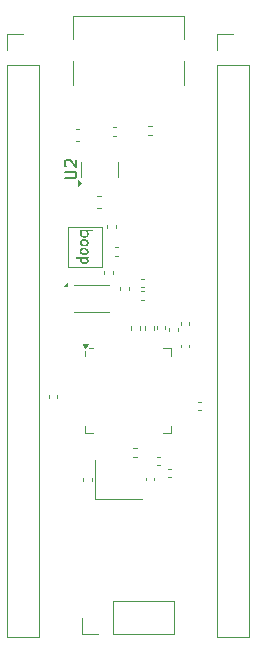
<source format=gbr>
%TF.GenerationSoftware,KiCad,Pcbnew,9.0.1*%
%TF.CreationDate,2026-01-11T13:47:59+00:00*%
%TF.ProjectId,heidi-pico,68656964-692d-4706-9963-6f2e6b696361,rev?*%
%TF.SameCoordinates,Original*%
%TF.FileFunction,Legend,Top*%
%TF.FilePolarity,Positive*%
%FSLAX46Y46*%
G04 Gerber Fmt 4.6, Leading zero omitted, Abs format (unit mm)*
G04 Created by KiCad (PCBNEW 9.0.1) date 2026-01-11 13:47:59*
%MOMM*%
%LPD*%
G01*
G04 APERTURE LIST*
%ADD10C,0.150000*%
%ADD11C,0.100000*%
%ADD12C,0.120000*%
G04 APERTURE END LIST*
D10*
X86964819Y-86791904D02*
X87774342Y-86791904D01*
X87774342Y-86791904D02*
X87869580Y-86744285D01*
X87869580Y-86744285D02*
X87917200Y-86696666D01*
X87917200Y-86696666D02*
X87964819Y-86601428D01*
X87964819Y-86601428D02*
X87964819Y-86410952D01*
X87964819Y-86410952D02*
X87917200Y-86315714D01*
X87917200Y-86315714D02*
X87869580Y-86268095D01*
X87869580Y-86268095D02*
X87774342Y-86220476D01*
X87774342Y-86220476D02*
X86964819Y-86220476D01*
X87060057Y-85791904D02*
X87012438Y-85744285D01*
X87012438Y-85744285D02*
X86964819Y-85649047D01*
X86964819Y-85649047D02*
X86964819Y-85410952D01*
X86964819Y-85410952D02*
X87012438Y-85315714D01*
X87012438Y-85315714D02*
X87060057Y-85268095D01*
X87060057Y-85268095D02*
X87155295Y-85220476D01*
X87155295Y-85220476D02*
X87250533Y-85220476D01*
X87250533Y-85220476D02*
X87393390Y-85268095D01*
X87393390Y-85268095D02*
X87964819Y-85839523D01*
X87964819Y-85839523D02*
X87964819Y-85220476D01*
D11*
G36*
X89075280Y-91160155D02*
G01*
X89264446Y-91160827D01*
X89303777Y-91165210D01*
X89338086Y-91177924D01*
X89361990Y-91195675D01*
X89375242Y-91216045D01*
X89379668Y-91240084D01*
X89375893Y-91262737D01*
X89365606Y-91277911D01*
X89348249Y-91287585D01*
X89320744Y-91291314D01*
X89292962Y-91287894D01*
X89265179Y-91284475D01*
X89116863Y-91282399D01*
X88943450Y-91281055D01*
X88979601Y-91340685D01*
X89003900Y-91394079D01*
X89019259Y-91447365D01*
X89024050Y-91494890D01*
X89016792Y-91565838D01*
X88995774Y-91628083D01*
X88961053Y-91683498D01*
X88911271Y-91733271D01*
X88856222Y-91770414D01*
X88795239Y-91797161D01*
X88727240Y-91813650D01*
X88650847Y-91819367D01*
X88574546Y-91812854D01*
X88505932Y-91793923D01*
X88443553Y-91762823D01*
X88386332Y-91718922D01*
X88338432Y-91665170D01*
X88304895Y-91606414D01*
X88284613Y-91541546D01*
X88277644Y-91468939D01*
X88406605Y-91468939D01*
X88411149Y-91517151D01*
X88424287Y-91559603D01*
X88445854Y-91597450D01*
X88476458Y-91631483D01*
X88513161Y-91659054D01*
X88553842Y-91678759D01*
X88599274Y-91690856D01*
X88650481Y-91695047D01*
X88716854Y-91688964D01*
X88773062Y-91671681D01*
X88821085Y-91643817D01*
X88853774Y-91613398D01*
X88876525Y-91579054D01*
X88890312Y-91539989D01*
X88895090Y-91494890D01*
X88887552Y-91439411D01*
X88863583Y-91380096D01*
X88795744Y-91281727D01*
X88677226Y-91280384D01*
X88570369Y-91281055D01*
X88458018Y-91281727D01*
X88419610Y-91373929D01*
X88409999Y-91417839D01*
X88406605Y-91468939D01*
X88277644Y-91468939D01*
X88282323Y-91400182D01*
X88295957Y-91337181D01*
X88318250Y-91279040D01*
X88299312Y-91262562D01*
X88288878Y-91245042D01*
X88285460Y-91225734D01*
X88289994Y-91201699D01*
X88303534Y-91181648D01*
X88323713Y-91168167D01*
X88348841Y-91163575D01*
X88401353Y-91165284D01*
X88453866Y-91166994D01*
X88670265Y-91163208D01*
X88886786Y-91159483D01*
X89075280Y-91160155D01*
G37*
G36*
X88679165Y-91945585D02*
G01*
X88749030Y-91959851D01*
X88813710Y-91984565D01*
X88874085Y-92019951D01*
X88924556Y-92061932D01*
X88962716Y-92108741D01*
X88989883Y-92160963D01*
X89006546Y-92219674D01*
X89012327Y-92286359D01*
X89007207Y-92339029D01*
X88992455Y-92384921D01*
X88968267Y-92425421D01*
X88933893Y-92461446D01*
X88887702Y-92493355D01*
X88818398Y-92523447D01*
X88738302Y-92541792D01*
X88645230Y-92547332D01*
X88570194Y-92541266D01*
X88502890Y-92525792D01*
X88442178Y-92501388D01*
X88387126Y-92468076D01*
X88342485Y-92429802D01*
X88308947Y-92388134D01*
X88285266Y-92342631D01*
X88270873Y-92292474D01*
X88265921Y-92236533D01*
X88402697Y-92236533D01*
X88408490Y-92281725D01*
X88425573Y-92322015D01*
X88454720Y-92358777D01*
X88496298Y-92390727D01*
X88547243Y-92411377D01*
X88610059Y-92420265D01*
X88706244Y-92417513D01*
X88774008Y-92403875D01*
X88820403Y-92382489D01*
X88850942Y-92354871D01*
X88869063Y-92320623D01*
X88875551Y-92277505D01*
X88869877Y-92230209D01*
X88852657Y-92189311D01*
X88823359Y-92153178D01*
X88779747Y-92121068D01*
X88726633Y-92096707D01*
X88668170Y-92081810D01*
X88603220Y-92076676D01*
X88539189Y-92083275D01*
X88488635Y-92101575D01*
X88448553Y-92130654D01*
X88422764Y-92162965D01*
X88407755Y-92197875D01*
X88402697Y-92236533D01*
X88265921Y-92236533D01*
X88271245Y-92180911D01*
X88286876Y-92130151D01*
X88312933Y-92083145D01*
X88350368Y-92039124D01*
X88399905Y-91999422D01*
X88457477Y-91969922D01*
X88524544Y-91950557D01*
X88603037Y-91942099D01*
X88679165Y-91945585D01*
G37*
G36*
X88679165Y-92681245D02*
G01*
X88749030Y-92695510D01*
X88813710Y-92720225D01*
X88874085Y-92755610D01*
X88924556Y-92797591D01*
X88962716Y-92844401D01*
X88989883Y-92896622D01*
X89006546Y-92955333D01*
X89012327Y-93022018D01*
X89007207Y-93074688D01*
X88992455Y-93120580D01*
X88968267Y-93161080D01*
X88933893Y-93197105D01*
X88887702Y-93229014D01*
X88818398Y-93259107D01*
X88738302Y-93277451D01*
X88645230Y-93282992D01*
X88570194Y-93276926D01*
X88502890Y-93261451D01*
X88442178Y-93237048D01*
X88387126Y-93203735D01*
X88342485Y-93165462D01*
X88308947Y-93123794D01*
X88285266Y-93078291D01*
X88270873Y-93028134D01*
X88265921Y-92972193D01*
X88402697Y-92972193D01*
X88408490Y-93017384D01*
X88425573Y-93057675D01*
X88454720Y-93094436D01*
X88496298Y-93126386D01*
X88547243Y-93147037D01*
X88610059Y-93155924D01*
X88706244Y-93153173D01*
X88774008Y-93139535D01*
X88820403Y-93118148D01*
X88850942Y-93090530D01*
X88869063Y-93056283D01*
X88875551Y-93013165D01*
X88869877Y-92965868D01*
X88852657Y-92924971D01*
X88823359Y-92888838D01*
X88779747Y-92856727D01*
X88726633Y-92832367D01*
X88668170Y-92817469D01*
X88603220Y-92812336D01*
X88539189Y-92818934D01*
X88488635Y-92837234D01*
X88448553Y-92866314D01*
X88422764Y-92898624D01*
X88407755Y-92933535D01*
X88402697Y-92972193D01*
X88265921Y-92972193D01*
X88271245Y-92916571D01*
X88286876Y-92865810D01*
X88312933Y-92818805D01*
X88350368Y-92774784D01*
X88399905Y-92735082D01*
X88457477Y-92705581D01*
X88524544Y-92686217D01*
X88603037Y-92677758D01*
X88679165Y-92681245D01*
G37*
G36*
X88978960Y-93442690D02*
G01*
X89014952Y-93455733D01*
X89038088Y-93472168D01*
X89050973Y-93491611D01*
X89055314Y-93515145D01*
X89050491Y-93539708D01*
X89036079Y-93559902D01*
X89014883Y-93573453D01*
X88989246Y-93578037D01*
X88966714Y-93575961D01*
X88927758Y-93571198D01*
X88963804Y-93630391D01*
X88988208Y-93684588D01*
X89003560Y-93739059D01*
X89008419Y-93789124D01*
X89003209Y-93843377D01*
X88988331Y-93889681D01*
X88964163Y-93929630D01*
X88930070Y-93964282D01*
X88884466Y-93994044D01*
X88817034Y-94021036D01*
X88731838Y-94038779D01*
X88624897Y-94045274D01*
X88551858Y-94039913D01*
X88488035Y-94024582D01*
X88431931Y-93999943D01*
X88382363Y-93966017D01*
X88338276Y-93920531D01*
X88307187Y-93868954D01*
X88288171Y-93810058D01*
X88281552Y-93741985D01*
X88418328Y-93741985D01*
X88422554Y-93783400D01*
X88434560Y-93818093D01*
X88454043Y-93847473D01*
X88481648Y-93872411D01*
X88520223Y-93893331D01*
X88567202Y-93906608D01*
X88624591Y-93911368D01*
X88707475Y-93907231D01*
X88767591Y-93896435D01*
X88810033Y-93880959D01*
X88845153Y-93856337D01*
X88864912Y-93826316D01*
X88871643Y-93789063D01*
X88864521Y-93728710D01*
X88843738Y-93675673D01*
X88818646Y-93638288D01*
X88771564Y-93584143D01*
X88615197Y-93590773D01*
X88446905Y-93593058D01*
X88425355Y-93668122D01*
X88418328Y-93741985D01*
X88281552Y-93741985D01*
X88286714Y-93672349D01*
X88303412Y-93591654D01*
X87975088Y-93590310D01*
X87947240Y-93585466D01*
X87925629Y-93571504D01*
X87911316Y-93550380D01*
X87906395Y-93523388D01*
X87911303Y-93496327D01*
X87925568Y-93475150D01*
X87947056Y-93461234D01*
X87974783Y-93456404D01*
X88248335Y-93458480D01*
X88521215Y-93458480D01*
X88794096Y-93448222D01*
X88932887Y-93437964D01*
X88978960Y-93442690D01*
G37*
D12*
%TO.C,U3*%
X87750000Y-95865000D02*
X90750000Y-95865000D01*
X87750000Y-98135000D02*
X90750000Y-98135000D01*
X87200000Y-95950000D02*
X86920000Y-95950000D01*
X87200000Y-95670000D01*
X87200000Y-95950000D01*
G36*
X87200000Y-95950000D02*
G01*
X86920000Y-95950000D01*
X87200000Y-95670000D01*
X87200000Y-95950000D01*
G37*
%TO.C,C5*%
X93442164Y-95300000D02*
X93657836Y-95300000D01*
X93442164Y-96020000D02*
X93657836Y-96020000D01*
%TO.C,C10*%
X94822164Y-110390000D02*
X95037836Y-110390000D01*
X94822164Y-111110000D02*
X95037836Y-111110000D01*
%TO.C,J3*%
X82080000Y-74590000D02*
X83460000Y-74590000D01*
X82080000Y-75970000D02*
X82080000Y-74590000D01*
X82080000Y-77240000D02*
X82080000Y-125610000D01*
X82080000Y-77240000D02*
X84840000Y-77240000D01*
X82080000Y-125610000D02*
X84840000Y-125610000D01*
X84840000Y-77240000D02*
X84840000Y-125610000D01*
%TO.C,R6*%
X90580000Y-90716359D02*
X90580000Y-91023641D01*
X91340000Y-90716359D02*
X91340000Y-91023641D01*
%TO.C,J2*%
X88430000Y-125370000D02*
X88430000Y-123990000D01*
X89810000Y-125370000D02*
X88430000Y-125370000D01*
X91080000Y-122610000D02*
X96270000Y-122610000D01*
X91080000Y-125370000D02*
X91080000Y-122610000D01*
X91080000Y-125370000D02*
X96270000Y-125370000D01*
X96270000Y-125370000D02*
X96270000Y-122610000D01*
%TO.C,U2*%
X88350000Y-86030000D02*
X88350000Y-85380000D01*
X88350000Y-86030000D02*
X88350000Y-86680000D01*
X91470000Y-86030000D02*
X91470000Y-85380000D01*
X91470000Y-86030000D02*
X91470000Y-86680000D01*
X88400000Y-87192500D02*
X88070000Y-87432500D01*
X88070000Y-86952500D01*
X88400000Y-87192500D01*
G36*
X88400000Y-87192500D02*
G01*
X88070000Y-87432500D01*
X88070000Y-86952500D01*
X88400000Y-87192500D01*
G37*
%TO.C,C7*%
X96820000Y-101107836D02*
X96820000Y-100892164D01*
X97540000Y-101107836D02*
X97540000Y-100892164D01*
%TO.C,C8*%
X98292164Y-105720000D02*
X98507836Y-105720000D01*
X98292164Y-106440000D02*
X98507836Y-106440000D01*
%TO.C,C15*%
X93830000Y-112162164D02*
X93830000Y-112377836D01*
X94550000Y-112162164D02*
X94550000Y-112377836D01*
%TO.C,J1*%
X87650000Y-74962000D02*
X87650000Y-73062000D01*
X87650000Y-78862000D02*
X87650000Y-76862000D01*
X97050000Y-73062000D02*
X87650000Y-73062000D01*
X97050000Y-74962000D02*
X97050000Y-73062000D01*
X97050000Y-78862000D02*
X97050000Y-76862000D01*
%TO.C,SW1*%
D11*
X90170000Y-90880000D02*
X87270000Y-90880000D01*
X87270000Y-94280000D01*
X90170000Y-94280000D01*
X90170000Y-90880000D01*
D12*
%TO.C,U1*%
X88730000Y-101820000D02*
X88730000Y-101410000D01*
X88730000Y-108390000D02*
X88730000Y-107740000D01*
X89380000Y-101170000D02*
X89030000Y-101170000D01*
X89380000Y-108390000D02*
X88730000Y-108390000D01*
X95300000Y-101170000D02*
X95950000Y-101170000D01*
X95300000Y-108390000D02*
X95950000Y-108390000D01*
X95950000Y-101170000D02*
X95950000Y-101820000D01*
X95950000Y-108390000D02*
X95950000Y-107740000D01*
X88730000Y-101170000D02*
X88490000Y-100840000D01*
X88970000Y-100840000D01*
X88730000Y-101170000D01*
G36*
X88730000Y-101170000D02*
G01*
X88490000Y-100840000D01*
X88970000Y-100840000D01*
X88730000Y-101170000D01*
G37*
%TO.C,R5*%
X91523641Y-92610000D02*
X91216359Y-92610000D01*
X91523641Y-93370000D02*
X91216359Y-93370000D01*
%TO.C,R3*%
X94046359Y-82370000D02*
X94353641Y-82370000D01*
X94046359Y-83130000D02*
X94353641Y-83130000D01*
%TO.C,C9*%
X93442164Y-96350000D02*
X93657836Y-96350000D01*
X93442164Y-97070000D02*
X93657836Y-97070000D01*
%TO.C,Y1*%
X89550000Y-110620000D02*
X89550000Y-113920000D01*
X89550000Y-113920000D02*
X93550000Y-113920000D01*
%TO.C,C1*%
X94790000Y-99547836D02*
X94790000Y-99332164D01*
X95510000Y-99547836D02*
X95510000Y-99332164D01*
%TO.C,R7*%
X93073641Y-109600000D02*
X92766359Y-109600000D01*
X93073641Y-110360000D02*
X92766359Y-110360000D01*
%TO.C,R4*%
X91353641Y-82460000D02*
X91046359Y-82460000D01*
X91353641Y-83220000D02*
X91046359Y-83220000D01*
%TO.C,C14*%
X88550000Y-112192164D02*
X88550000Y-112407836D01*
X89270000Y-112192164D02*
X89270000Y-112407836D01*
%TO.C,J4*%
X99860000Y-74590000D02*
X101240000Y-74590000D01*
X99860000Y-75970000D02*
X99860000Y-74590000D01*
X99860000Y-77240000D02*
X99860000Y-125610000D01*
X99860000Y-77240000D02*
X102620000Y-77240000D01*
X99860000Y-125610000D02*
X102620000Y-125610000D01*
X102620000Y-77240000D02*
X102620000Y-125610000D01*
%TO.C,C11*%
X95820000Y-99687836D02*
X95820000Y-99472164D01*
X96540000Y-99687836D02*
X96540000Y-99472164D01*
%TO.C,C2*%
X91690000Y-96247836D02*
X91690000Y-96032164D01*
X92410000Y-96247836D02*
X92410000Y-96032164D01*
%TO.C,C16*%
X90310000Y-94857836D02*
X90310000Y-94642164D01*
X91030000Y-94857836D02*
X91030000Y-94642164D01*
%TO.C,C13*%
X87929420Y-82590000D02*
X88210580Y-82590000D01*
X87929420Y-83610000D02*
X88210580Y-83610000D01*
%TO.C,C6*%
X96810000Y-99197836D02*
X96810000Y-98982164D01*
X97530000Y-99197836D02*
X97530000Y-98982164D01*
%TO.C,C3*%
X95967836Y-111390000D02*
X95752164Y-111390000D01*
X95967836Y-112110000D02*
X95752164Y-112110000D01*
%TO.C,R1*%
X92580000Y-99306359D02*
X92580000Y-99613641D01*
X93340000Y-99306359D02*
X93340000Y-99613641D01*
%TO.C,C12*%
X90025580Y-88270000D02*
X89744420Y-88270000D01*
X90025580Y-89290000D02*
X89744420Y-89290000D01*
%TO.C,R2*%
X93760000Y-99306359D02*
X93760000Y-99613641D01*
X94520000Y-99306359D02*
X94520000Y-99613641D01*
%TO.C,C4*%
X85640000Y-105367836D02*
X85640000Y-105152164D01*
X86360000Y-105367836D02*
X86360000Y-105152164D01*
%TD*%
M02*

</source>
